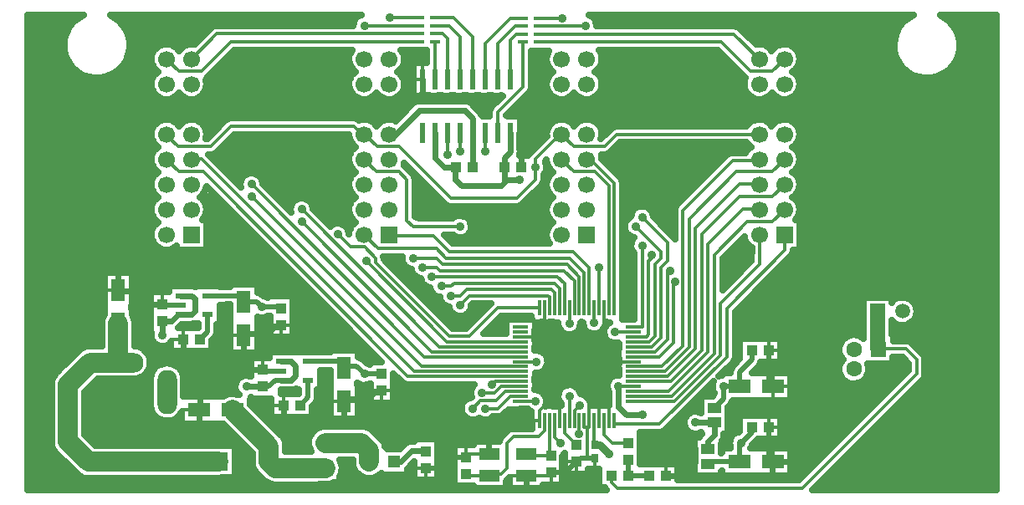
<source format=gtl>
G04 DipTrace 2.4.0.2*
%INMainBoard.GTL*%
%MOMM*%
%ADD14C,0.3*%
%ADD15C,0.5*%
%ADD16C,0.8*%
%ADD17C,1.5*%
%ADD19C,0.6*%
%ADD20C,2.0*%
%ADD22C,0.635*%
%ADD23C,0.33*%
%ADD24R,1.0X1.1*%
%ADD25R,1.1X1.0*%
%ADD26R,1.4X2.25*%
%ADD27R,0.7X0.9*%
%ADD29R,2.25X1.4*%
%ADD30C,1.27*%
%ADD31R,1.27X1.27*%
%ADD32R,1.7X1.7*%
%ADD33C,1.7*%
%ADD34O,5.0X2.0*%
%ADD35O,4.5X2.0*%
%ADD36O,2.0X4.5*%
%ADD37R,1.5X1.5*%
%ADD38C,1.5*%
%ADD39R,1.6X1.6*%
%ADD40C,1.6*%
%ADD41C,3.3*%
%ADD42R,1.35X1.0*%
%ADD43R,1.05X0.45*%
%ADD45R,1.1X0.6*%
%ADD46R,1.9X1.9*%
%ADD47C,1.9*%
%ADD49R,0.3X1.6*%
%ADD50R,1.6X0.3*%
%ADD51R,0.6X2.0*%
%ADD53R,2.0X1.2*%
%ADD54C,0.914*%
%FSLAX53Y53*%
G04*
G71*
G90*
G75*
G01*
%LNTop*%
%LPD*%
X58320Y19400D2*
D14*
Y17880D1*
X50870Y9950D2*
X52360D1*
X58320Y8000D2*
Y5615D1*
X58420Y5515D1*
X36830Y12700D2*
D15*
X35084D1*
X34290Y13494D1*
X33179D1*
X33020Y13335D1*
X29370Y13970D2*
X32385D1*
X33020Y13335D1*
X58420Y5515D2*
D16*
X58937D1*
X59849Y4604D1*
X62270Y16950D2*
D14*
X60447D1*
X62270Y11450D2*
X60801Y11460D1*
X50870Y13950D2*
X52480D1*
X55820Y19400D2*
Y17830D1*
X19210Y20637D2*
D15*
X22225D1*
X22860Y20003D1*
X26670Y19367D2*
Y19526D1*
X24662D1*
X24186Y20003D1*
X22860D1*
X49848Y37145D2*
D19*
Y35243D1*
X49212Y34607D1*
Y33655D1*
X42228Y37145D2*
Y34607D1*
X43180Y33655D1*
X44338D1*
X60801Y11460D2*
Y9366D1*
X61595Y8572D1*
X63183D1*
X68580Y7779D2*
X70492D1*
Y7780D1*
X69850Y5080D2*
Y5874D1*
X70485Y6509D1*
Y7772D1*
X49212Y33655D2*
Y32385D1*
X50800D1*
X49530D1*
X48895Y31750D1*
X44926D1*
X44291Y32385D1*
Y33608D1*
X44338Y33655D1*
X26670Y12070D2*
D15*
X26040D1*
X25400Y11430D1*
X24765D1*
X31115Y5715D2*
D20*
X34766D1*
X35560Y4921D1*
Y3810D1*
X16510Y18738D2*
D19*
X16198D1*
X15557Y18098D1*
X14605D1*
X16510Y20637D2*
X17621D1*
X17939Y20320D1*
Y19050D1*
X17621Y18732D1*
X16515D1*
X16510Y18738D1*
X26670Y13970D2*
X27623D1*
X28099Y13494D1*
Y12541D1*
X27623Y12065D1*
X26675D1*
X26670Y12070D1*
X24765Y11430D2*
X23137D1*
X14605Y18098D2*
Y16661D1*
X51450Y2400D2*
D14*
X53650D1*
X53950Y2700D1*
X47750Y4600D2*
X45650D1*
X45350Y4300D1*
X26670Y13020D2*
D15*
X24875D1*
X24765Y13130D1*
X16510Y19688D2*
X14715D1*
X14605Y19797D1*
X26670Y17668D2*
X26240D1*
X25400Y16828D1*
X23085D1*
X22860Y16602D1*
X36830Y11000D2*
X36400D1*
X35560Y10160D1*
X33245D1*
X33020Y9935D1*
X41275Y3175D2*
X42704D1*
X43815Y4286D1*
X45336D1*
X45350Y4300D1*
X75995Y7302D2*
Y4240D1*
X76425Y3810D1*
X75995Y15081D2*
Y11860D1*
X76425Y11430D1*
X58420Y4215D2*
X57626D1*
X56920D1*
X56515Y3810D1*
X55404Y2699D1*
X53951D1*
X53950Y2700D1*
X40958Y42545D2*
D19*
Y41276D1*
X39053Y39370D1*
X37710D1*
X37570Y39510D1*
X76425Y11430D2*
D14*
Y9115D1*
X76041Y8731D1*
Y7348D1*
X75995Y7302D1*
X50870Y16450D2*
X53320D1*
Y19400D1*
X59320D2*
Y16530D1*
X56991Y16450D1*
X53320D1*
X62270Y13950D2*
X59820D1*
X58820D1*
X58407D1*
X57820D1*
X56991D1*
Y16530D1*
X59820Y8000D2*
Y13335D1*
Y13950D1*
X58820Y8000D2*
Y13950D1*
X57820Y8000D2*
Y11430D1*
Y13950D1*
X57320Y8000D2*
Y7302D1*
X57626D1*
X57785D1*
Y7965D1*
X57820Y8000D1*
X54820D2*
Y9684D1*
Y12383D1*
Y13069D1*
X55721Y13970D1*
X56951D1*
X56991Y13950D1*
X52820Y8000D2*
Y9005D1*
X53499Y9684D1*
X54820D1*
X57626Y7302D2*
Y4215D1*
X53340Y12383D2*
X54820D1*
X56991Y11430D2*
X57820D1*
X58261Y14287D2*
Y14096D1*
X58407Y13950D1*
X76425Y11430D2*
X78895D1*
X79835Y10490D1*
X22860Y3810D2*
D19*
Y4445D1*
X20479Y6826D1*
X18349D1*
X14446D1*
X13335Y7938D1*
X10258D1*
X10190Y7870D1*
X18349Y9049D2*
Y6826D1*
X24765Y13130D2*
X22860D1*
X19004D1*
X18628Y12754D1*
X18415Y12541D1*
Y9115D1*
X18349Y9049D1*
X22860Y16602D2*
Y13130D1*
X16715Y16193D2*
Y14668D1*
X18628Y12754D1*
X14605Y19797D2*
X13381D1*
X12886Y20292D1*
X12065Y21114D1*
X10226D1*
X10160Y21180D1*
X12886Y20292D2*
Y16006D1*
X14225Y14668D1*
X16715D1*
X26875Y9525D2*
Y8050D1*
X27146Y7779D1*
X33020D1*
X45879D1*
X47625Y6033D1*
Y4725D1*
X47750Y4600D1*
X33020Y9935D2*
Y7779D1*
X10160Y21180D2*
Y37465D1*
X12205Y39510D1*
X15030D1*
X65564Y2381D2*
X76359D1*
Y3744D1*
X76425Y3810D1*
X80010D1*
Y10315D1*
X79835Y10490D1*
X51450Y2400D2*
Y953D1*
X43021D1*
Y3359D1*
D15*
X43815Y4286D1*
X79835Y10490D2*
D19*
Y21574D1*
X83185Y24924D1*
Y38100D1*
X81597Y39688D1*
X77748D1*
X77570Y39510D1*
X50913Y33655D2*
Y34879D1*
X52229Y36195D1*
Y38418D1*
X53340Y39529D1*
X55011D1*
X55030Y39510D1*
X43021Y953D2*
X23177D1*
X22860Y1270D1*
Y3810D1*
X56320Y8000D2*
D14*
Y9012D1*
X56833Y9525D1*
X55820Y8000D2*
Y10477D1*
X55320Y8000D2*
Y6705D1*
X56515Y5510D1*
X61754Y2381D2*
D15*
Y4015D1*
Y2381D2*
X63864D1*
X86995Y19050D2*
D17*
Y15310D1*
X87105Y15200D1*
X60054Y2381D2*
D14*
Y1700D1*
X60643Y1111D1*
X79375D1*
X90964Y12700D1*
Y14129D1*
X89853Y15240D1*
X87145D1*
X87105Y15200D1*
X59820Y19400D2*
Y31779D1*
X58420Y33179D1*
X56281D1*
X55030Y34430D1*
X59320Y8000D2*
Y6561D1*
X60166Y5715D1*
X61754D1*
X47750Y2400D2*
X45550D1*
X45350Y2600D1*
X53320Y8000D2*
Y6965D1*
X52705Y6350D1*
X50165D1*
X49530Y5715D1*
Y3175D1*
X48895Y2540D1*
X47890D1*
X47750Y2400D1*
X10160Y17780D2*
D20*
Y13900D1*
X10190Y13870D1*
X7361D1*
X5080Y11589D1*
Y5874D1*
X7144Y3810D1*
X20320D1*
X53950Y4400D2*
D14*
X51650D1*
X51450Y4600D1*
X53820Y8000D2*
Y4530D1*
X53950Y4400D1*
X31115Y3175D2*
D20*
X26035D1*
X25400Y3810D1*
X21749Y9049D2*
X25400Y5398D1*
Y3810D1*
X38100D2*
D19*
X38735D1*
X39846Y4921D1*
X41229D1*
X41275Y4875D1*
X74295Y7302D2*
D15*
Y6826D1*
X73184Y5715D1*
X73025Y5556D1*
Y3810D1*
X70080D1*
X69850Y3580D1*
X54320Y8000D2*
D14*
Y6323D1*
X54928Y5715D1*
X74295Y15081D2*
D15*
Y14129D1*
X73025Y12859D1*
Y11430D1*
X71429D1*
Y10217D1*
X70492Y9280D1*
X56820Y8000D2*
D14*
Y6667D1*
X51117Y48736D2*
X49847D1*
X47308Y46197D1*
Y42545D1*
X51117Y47936D2*
X50317D1*
X48578Y46197D1*
Y42545D1*
X51117Y47136D2*
X50470D1*
X49848Y46514D1*
Y42545D1*
X51117Y46336D2*
Y41751D1*
X48578Y39212D1*
Y37145D1*
X42227Y48755D2*
X44114D1*
X46038Y46831D1*
Y42545D1*
X42227Y47955D2*
X43644D1*
X44768Y46831D1*
Y42545D1*
X42227Y47155D2*
X43015D1*
X43498Y46672D1*
Y42545D1*
X42227Y46355D2*
Y42545D1*
X42228D1*
X40627Y46355D2*
X21590D1*
X18574Y43339D1*
X16281D1*
X15030Y44590D1*
X40627Y47155D2*
X20135D1*
X17570Y44590D1*
X40627Y47955D2*
X35084D1*
X40627Y48755D2*
X37624D1*
X52717Y48736D2*
X55086D1*
X52717Y47936D2*
X57468D1*
X52717Y47136D2*
X72484D1*
X75030Y44590D1*
X52717Y46336D2*
X71139D1*
X74136Y43339D1*
X76319D1*
X77570Y44590D1*
X46038Y37145D2*
D19*
Y33655D1*
X37570Y36970D2*
X38240D1*
X40640Y39370D1*
X45244D1*
X46038Y38576D1*
Y37145D1*
X50870Y11950D2*
D14*
X48304D1*
X47942Y11589D1*
X50870Y10450D2*
X49820D1*
X48578Y9208D1*
X47308D1*
X44768Y35242D2*
Y37145D1*
X50870Y10950D2*
X49368D1*
X48419Y10001D1*
X46831D1*
X46037Y9208D1*
X43498Y34925D2*
Y37145D1*
X50870Y11450D2*
X48915D1*
X48260Y10795D1*
X46990D1*
X47308Y35242D2*
Y37145D1*
X60320Y8000D2*
Y7620D1*
X64935D1*
X71755Y14440D1*
Y19367D1*
X77629Y25241D1*
Y26751D1*
X77570Y26810D1*
X62270Y9950D2*
X66465D1*
X71120Y14605D1*
Y19844D1*
X75089Y23812D1*
Y26751D1*
X75030Y26810D1*
X62270Y10450D2*
X66171D1*
X70485Y14764D1*
Y24765D1*
X73819Y28099D1*
X76319D1*
X77570Y29350D1*
X62270Y10950D2*
X65877D1*
X69850Y14922D1*
Y25876D1*
X73343Y29369D1*
X75011D1*
X75030Y29350D1*
X62270Y11950D2*
X66084D1*
X69215Y15081D1*
Y26829D1*
X73025Y30639D1*
X76319D1*
X77570Y31890D1*
X62270Y12450D2*
X65790D1*
X68580Y15240D1*
Y27464D1*
X73025Y31909D1*
X75011D1*
X75030Y31890D1*
X62270Y12950D2*
X65496D1*
X67945Y15399D1*
Y28416D1*
X72707Y33179D1*
X76319D1*
X77570Y34430D1*
X62270Y13450D2*
X65203D1*
X67310Y15557D1*
Y29210D1*
X72390Y34290D1*
X74890D1*
X75030Y34430D1*
X62270Y14450D2*
X64933D1*
X66358Y15875D1*
Y21907D1*
X66516Y22066D1*
X62270Y14950D2*
X64480D1*
X65722Y16192D1*
Y22860D1*
X66040Y23177D1*
X62270Y15450D2*
X64186D1*
X65087Y16351D1*
Y23495D1*
X65722Y24130D1*
Y26035D1*
X63183Y28575D1*
X62270Y15950D2*
X63893D1*
X64453Y16510D1*
Y23812D1*
X65087Y24448D1*
Y25082D1*
X62547Y27623D1*
X62270Y16450D2*
X63599D1*
X63817Y16669D1*
Y24130D1*
X64135Y24448D1*
Y24765D1*
X62270Y17450D2*
X63183D1*
Y25718D1*
X60320Y19400D2*
Y32072D1*
X57962Y34430D1*
X57570D1*
X19210Y18738D2*
D15*
Y16988D1*
X18415Y16193D1*
X57820Y19400D2*
D14*
Y23460D1*
X56197Y25082D1*
X43656D1*
X42069Y26670D1*
X37710D1*
X37570Y26810D1*
X57320Y19400D2*
Y23008D1*
X55880Y24448D1*
X43339D1*
X42386Y25400D1*
X36440D1*
X35030Y26810D1*
X56820Y19400D2*
Y22555D1*
X55562Y23812D1*
X43021D1*
X42386Y24448D1*
X40005D1*
X56320Y19400D2*
Y22103D1*
X55245Y23177D1*
X42704D1*
X42386Y23495D1*
X40958D1*
X55320Y19400D2*
Y21832D1*
X54610Y22543D1*
X41910D1*
X54820Y19400D2*
Y21380D1*
X54292Y21907D1*
X44133D1*
X43815Y21590D1*
X42863D1*
X54320Y19400D2*
Y20927D1*
X53975Y21273D1*
X45403D1*
X44768Y20637D1*
X43815D1*
X53820Y19400D2*
Y20475D1*
X53657Y20637D1*
X45720D1*
X44768Y19685D1*
Y27623D2*
X40005D1*
X39370Y28258D1*
Y32385D1*
X38576Y33179D1*
X36281D1*
X35030Y34430D1*
X52820Y19400D2*
X48610D1*
X45720Y16510D1*
X43656D1*
X36195Y23971D1*
Y24447D1*
X35084Y25559D1*
X33655D1*
X32385Y26829D1*
X50870Y15950D2*
X43422D1*
X35242Y24130D1*
X50870Y15450D2*
X42653D1*
X28734Y29369D1*
X50870Y14950D2*
X41883D1*
X28734Y28099D1*
X50870Y14450D2*
X41113D1*
X23654Y31909D1*
X50870Y13450D2*
X40843D1*
X23654Y30639D1*
X50870Y12950D2*
X40072D1*
X18574Y34449D1*
X17589D1*
X17570Y34430D1*
X50870Y12450D2*
X39461D1*
X18732Y33179D1*
X16281D1*
X15030Y34430D1*
X75030Y36970D2*
X60624D1*
X59373Y35719D1*
X56281D1*
X55030Y36970D1*
X15030D2*
Y36881D1*
X16192Y35719D1*
X19526D1*
X21590Y37782D1*
X33972D1*
X34907Y36847D1*
X35030Y36970D1*
X35102D1*
X36354Y35719D1*
X38576D1*
X43815Y30480D1*
X50482D1*
X52387Y32385D1*
Y33655D1*
Y34449D1*
X54928Y36989D1*
X55011D1*
X55030Y36970D1*
X58820Y19400D2*
Y23495D1*
X29370Y12070D2*
D15*
Y10320D1*
X28575Y9525D1*
D54*
X58320Y17880D3*
X52360Y9950D3*
X59849Y4604D3*
X35084Y12700D3*
X60447Y16950D3*
X60801Y11460D3*
X52480Y13950D3*
X55820Y17830D3*
X60801Y11460D3*
X60447Y16950D3*
X24662Y19526D3*
X63183Y8572D3*
X68580Y7779D3*
X50800Y32385D3*
X23137Y11430D3*
X14605Y16661D3*
X53340Y12383D3*
X56991Y11430D3*
X59820Y13335D3*
X58261Y14287D3*
X56833Y9525D3*
X55820Y10477D3*
X54928Y5715D3*
X73184D3*
X56820Y6667D3*
X71429Y11430D3*
X35084Y47955D3*
X37624Y48755D3*
X55086Y48736D3*
X57468Y47936D3*
X47942Y11589D3*
X47308Y9208D3*
X44768Y35242D3*
X46037Y9208D3*
X43498Y34925D3*
X46990Y10795D3*
X47308Y35242D3*
X66516Y22066D3*
X66040Y23177D3*
X63183Y28575D3*
X62547Y27623D3*
X64135Y24765D3*
X63183Y25718D3*
X40005Y24448D3*
X40958Y23495D3*
X41910Y22543D3*
X42863Y21590D3*
X43815Y20637D3*
X44768Y19685D3*
Y27623D3*
X32385Y26829D3*
X35242Y24130D3*
X28734Y29369D3*
Y28099D3*
X23654Y31909D3*
Y30639D3*
X58820Y23495D3*
X52387Y33655D3*
X38100Y24130D3*
X40005Y21907D3*
X41910Y20003D3*
X44133Y18098D3*
X45403Y29210D3*
X52387D3*
Y26670D3*
X66358Y33655D3*
Y30162D3*
X72390Y24130D3*
X61913Y21590D3*
X31433Y30480D3*
Y33020D3*
X26988D3*
X22543Y36195D3*
X26988D3*
X31433D3*
X1041Y48391D2*
D22*
X5632D1*
X10373D2*
X33979D1*
X58563D2*
X89630D1*
X94371D2*
X98957D1*
X1041Y47759D2*
X5116D1*
X10879D2*
X19513D1*
X73089D2*
X89124D1*
X94877D2*
X98957D1*
X1041Y47128D2*
X4808D1*
X11186D2*
X18878D1*
X73724D2*
X88817D1*
X95185D2*
X98957D1*
X1041Y46496D2*
X4650D1*
X11345D2*
X18252D1*
X74349D2*
X88658D1*
X95343D2*
X98957D1*
X1041Y45864D2*
X4620D1*
X11385D2*
X14135D1*
X15929D2*
X16675D1*
X75926D2*
X76672D1*
X78466D2*
X88618D1*
X95383D2*
X98957D1*
X1041Y45233D2*
X4709D1*
X11295D2*
X13589D1*
X21693D2*
X33582D1*
X39017D2*
X41341D1*
X52005D2*
X53584D1*
X59010D2*
X71017D1*
X79012D2*
X88708D1*
X95294D2*
X98957D1*
X1041Y44601D2*
X4927D1*
X11077D2*
X13440D1*
X21058D2*
X33443D1*
X39156D2*
X41341D1*
X52005D2*
X53445D1*
X59158D2*
X71652D1*
X79161D2*
X88926D1*
X95076D2*
X98957D1*
X1041Y43969D2*
X5314D1*
X10690D2*
X13579D1*
X20433D2*
X33572D1*
X39027D2*
X39922D1*
X52005D2*
X53574D1*
X59019D2*
X72277D1*
X79022D2*
X89313D1*
X94689D2*
X98957D1*
X1041Y43338D2*
X5949D1*
X10045D2*
X14105D1*
X19798D2*
X34098D1*
X38501D2*
X39922D1*
X52005D2*
X54100D1*
X58504D2*
X72912D1*
X78496D2*
X89948D1*
X94044D2*
X98957D1*
X1041Y42706D2*
X7517D1*
X8477D2*
X13589D1*
X19163D2*
X33592D1*
X39007D2*
X39922D1*
X52005D2*
X53594D1*
X59010D2*
X73547D1*
X79012D2*
X91516D1*
X92476D2*
X98957D1*
X1041Y42074D2*
X13440D1*
X19153D2*
X33443D1*
X39156D2*
X39922D1*
X52005D2*
X53445D1*
X59158D2*
X73448D1*
X79151D2*
X98957D1*
X1041Y41443D2*
X13569D1*
X19034D2*
X33572D1*
X39027D2*
X39922D1*
X51945D2*
X53574D1*
X59029D2*
X73567D1*
X79032D2*
X98957D1*
X1041Y40811D2*
X14085D1*
X15978D2*
X16625D1*
X18518D2*
X34078D1*
X35981D2*
X36618D1*
X38521D2*
X48951D1*
X51399D2*
X54080D1*
X55973D2*
X56620D1*
X58513D2*
X74083D1*
X75976D2*
X76623D1*
X78516D2*
X98957D1*
X1041Y40179D2*
X40041D1*
X45843D2*
X48316D1*
X50774D2*
X98957D1*
X1041Y39548D2*
X39376D1*
X46508D2*
X47760D1*
X50139D2*
X98957D1*
X1041Y38916D2*
X38751D1*
X47014D2*
X47691D1*
X49504D2*
X98957D1*
X1041Y38284D2*
X14194D1*
X15859D2*
X16734D1*
X18399D2*
X20862D1*
X35862D2*
X36737D1*
X50884D2*
X54199D1*
X55864D2*
X56739D1*
X58404D2*
X74202D1*
X75867D2*
X76742D1*
X78407D2*
X98957D1*
X1041Y37653D2*
X13609D1*
X18995D2*
X20237D1*
X50884D2*
X53604D1*
X58990D2*
X60103D1*
X78992D2*
X98957D1*
X1041Y37021D2*
X13440D1*
X19153D2*
X19598D1*
X50884D2*
X53445D1*
X79151D2*
X98957D1*
X1041Y36389D2*
X13559D1*
X21425D2*
X33562D1*
X50884D2*
X53098D1*
X79042D2*
X98957D1*
X1041Y35758D2*
X14046D1*
X20790D2*
X34048D1*
X50884D2*
X52473D1*
X60637D2*
X74043D1*
X78556D2*
X98957D1*
X1041Y35126D2*
X13609D1*
X20155D2*
X33612D1*
X50874D2*
X51838D1*
X60002D2*
X73617D1*
X78992D2*
X98957D1*
X1041Y34494D2*
X13440D1*
X19759D2*
X33443D1*
X59158D2*
X71364D1*
X79151D2*
X98957D1*
X1041Y33863D2*
X13550D1*
X20384D2*
X33552D1*
X59754D2*
X70739D1*
X79042D2*
X98957D1*
X1041Y33231D2*
X14026D1*
X21019D2*
X34028D1*
X53493D2*
X54031D1*
X60389D2*
X70104D1*
X78575D2*
X98957D1*
X1041Y32599D2*
X13619D1*
X21654D2*
X22697D1*
X24610D2*
X33621D1*
X53275D2*
X53624D1*
X61014D2*
X69469D1*
X78982D2*
X98957D1*
X1041Y31968D2*
X13450D1*
X24849D2*
X33443D1*
X40257D2*
X41103D1*
X61202D2*
X68844D1*
X79151D2*
X98957D1*
X1041Y31336D2*
X13550D1*
X25454D2*
X33552D1*
X40257D2*
X41728D1*
X52560D2*
X53545D1*
X61202D2*
X68209D1*
X79052D2*
X98957D1*
X1041Y30704D2*
X14016D1*
X18588D2*
X19979D1*
X26089D2*
X34008D1*
X40257D2*
X42363D1*
X51935D2*
X54011D1*
X61202D2*
X67574D1*
X78585D2*
X98957D1*
X1041Y30073D2*
X13629D1*
X18975D2*
X20614D1*
X26714D2*
X27787D1*
X29680D2*
X33621D1*
X40257D2*
X42998D1*
X51300D2*
X53624D1*
X61202D2*
X66949D1*
X78972D2*
X98957D1*
X1041Y29441D2*
X13450D1*
X19153D2*
X21239D1*
X29929D2*
X33443D1*
X40257D2*
X53445D1*
X61202D2*
X62395D1*
X63970D2*
X66453D1*
X79151D2*
X98957D1*
X1041Y28809D2*
X13540D1*
X19054D2*
X21874D1*
X30524D2*
X33542D1*
X40257D2*
X53545D1*
X61202D2*
X62018D1*
X64348D2*
X66423D1*
X79062D2*
X98957D1*
X1041Y28178D2*
X13996D1*
X19153D2*
X22509D1*
X31149D2*
X33998D1*
X45813D2*
X53991D1*
X64804D2*
X66423D1*
X79161D2*
X98957D1*
X1041Y27546D2*
X13629D1*
X19153D2*
X23134D1*
X45962D2*
X53634D1*
X65439D2*
X66423D1*
X79161D2*
X98957D1*
X1041Y26914D2*
X13450D1*
X19153D2*
X23769D1*
X45714D2*
X53445D1*
X61202D2*
X61601D1*
X66074D2*
X66423D1*
X79161D2*
X98957D1*
X1041Y26283D2*
X13540D1*
X19153D2*
X24404D1*
X43680D2*
X53535D1*
X61202D2*
X62137D1*
X79161D2*
X98957D1*
X1041Y25651D2*
X13976D1*
X19153D2*
X25029D1*
X61202D2*
X61988D1*
X72603D2*
X73984D1*
X79161D2*
X98957D1*
X1041Y25019D2*
X25664D1*
X61202D2*
X62226D1*
X71968D2*
X74202D1*
X78486D2*
X98957D1*
X1041Y24388D2*
X26299D1*
X37082D2*
X38811D1*
X61202D2*
X62296D1*
X71372D2*
X74202D1*
X78000D2*
X98957D1*
X1041Y23756D2*
X26924D1*
X37638D2*
X39049D1*
X61202D2*
X62296D1*
X71372D2*
X73805D1*
X77375D2*
X98957D1*
X1041Y23124D2*
X27559D1*
X38273D2*
X39823D1*
X61202D2*
X62296D1*
X71372D2*
X73170D1*
X76740D2*
X98957D1*
X1041Y22493D2*
X8727D1*
X11593D2*
X28194D1*
X38898D2*
X40378D1*
X61202D2*
X62296D1*
X71372D2*
X72545D1*
X76105D2*
X98957D1*
X1041Y21861D2*
X8727D1*
X11593D2*
X28819D1*
X39533D2*
X40944D1*
X61202D2*
X62296D1*
X71372D2*
X71910D1*
X75480D2*
X98957D1*
X1041Y21229D2*
X8727D1*
X11593D2*
X15226D1*
X24293D2*
X29454D1*
X40168D2*
X41728D1*
X61202D2*
X62296D1*
X74845D2*
X98957D1*
X1041Y20598D2*
X8727D1*
X11593D2*
X13371D1*
X25087D2*
X30089D1*
X40793D2*
X42263D1*
X61202D2*
X62296D1*
X74210D2*
X98957D1*
X1041Y19966D2*
X8727D1*
X11593D2*
X13371D1*
X27904D2*
X30714D1*
X41428D2*
X42839D1*
X61202D2*
X62296D1*
X73585D2*
X85513D1*
X90690D2*
X98957D1*
X1041Y19334D2*
X8727D1*
X11593D2*
X13371D1*
X20493D2*
X21427D1*
X27904D2*
X31349D1*
X42063D2*
X43633D1*
X45903D2*
X47314D1*
X61202D2*
X62296D1*
X72950D2*
X85513D1*
X90988D2*
X98957D1*
X1041Y18703D2*
X8698D1*
X11623D2*
X13371D1*
X20493D2*
X21427D1*
X27904D2*
X31984D1*
X42688D2*
X44149D1*
X45387D2*
X46689D1*
X61202D2*
X62296D1*
X72642D2*
X85513D1*
X90978D2*
X98957D1*
X1041Y18071D2*
X8450D1*
X11871D2*
X13371D1*
X20493D2*
X21427D1*
X24293D2*
X25436D1*
X27904D2*
X32609D1*
X43323D2*
X46054D1*
X48512D2*
X49338D1*
X72642D2*
X85513D1*
X90631D2*
X98957D1*
X1041Y17439D2*
X8420D1*
X11900D2*
X13371D1*
X16336D2*
X18223D1*
X20195D2*
X21427D1*
X24293D2*
X25436D1*
X27904D2*
X33244D1*
X43958D2*
X45419D1*
X47877D2*
X49338D1*
X52402D2*
X54696D1*
X72642D2*
X85513D1*
X88478D2*
X98957D1*
X1041Y16808D2*
X8420D1*
X11900D2*
X13421D1*
X20175D2*
X21427D1*
X24293D2*
X25436D1*
X27904D2*
X33879D1*
X47242D2*
X49338D1*
X52402D2*
X55281D1*
X56360D2*
X57900D1*
X58742D2*
X59260D1*
X72642D2*
X85513D1*
X88478D2*
X98957D1*
X1041Y16176D2*
X8420D1*
X11900D2*
X13520D1*
X19769D2*
X21427D1*
X24293D2*
X34505D1*
X52402D2*
X59557D1*
X72642D2*
X73011D1*
X77286D2*
X83439D1*
X88636D2*
X98957D1*
X1041Y15544D2*
X8420D1*
X11900D2*
X14373D1*
X14843D2*
X15425D1*
X19699D2*
X21427D1*
X24293D2*
X35140D1*
X52402D2*
X60738D1*
X72642D2*
X73011D1*
X77286D2*
X83112D1*
X90779D2*
X98957D1*
X1041Y14913D2*
X5979D1*
X13061D2*
X21427D1*
X24293D2*
X25386D1*
X30653D2*
X31587D1*
X34453D2*
X35775D1*
X53136D2*
X60738D1*
X72642D2*
X73011D1*
X77286D2*
X83102D1*
X91404D2*
X98957D1*
X1041Y14281D2*
X5344D1*
X13379D2*
X23531D1*
X34830D2*
X36400D1*
X53622D2*
X60738D1*
X72622D2*
X73011D1*
X77286D2*
X83390D1*
X88636D2*
X89581D1*
X91831D2*
X98957D1*
X1041Y13649D2*
X4709D1*
X13409D2*
X14353D1*
X15830D2*
X23531D1*
X53632D2*
X60738D1*
X75143D2*
X83142D1*
X86067D2*
X90077D1*
X91851D2*
X98957D1*
X1041Y13018D2*
X4084D1*
X13190D2*
X13619D1*
X16564D2*
X23531D1*
X30653D2*
X31587D1*
X53185D2*
X60738D1*
X71561D2*
X72049D1*
X74547D2*
X83082D1*
X86126D2*
X90057D1*
X91851D2*
X98957D1*
X1041Y12386D2*
X3548D1*
X12526D2*
X13371D1*
X16802D2*
X22469D1*
X30653D2*
X31587D1*
X52402D2*
X60093D1*
X78288D2*
X83310D1*
X85898D2*
X89422D1*
X91791D2*
X98957D1*
X1041Y11754D2*
X3350D1*
X7674D2*
X13351D1*
X16822D2*
X21993D1*
X30653D2*
X31587D1*
X38064D2*
X38959D1*
X52402D2*
X59647D1*
X78288D2*
X84263D1*
X84945D2*
X88787D1*
X91246D2*
X98957D1*
X1041Y11123D2*
X3340D1*
X7039D2*
X13351D1*
X16822D2*
X21983D1*
X30653D2*
X31587D1*
X34453D2*
X35596D1*
X38064D2*
X45845D1*
X52402D2*
X54825D1*
X56807D2*
X59656D1*
X69666D2*
X70283D1*
X78288D2*
X88162D1*
X90611D2*
X98957D1*
X1041Y10491D2*
X3340D1*
X6820D2*
X13351D1*
X16822D2*
X20842D1*
X30355D2*
X31587D1*
X34453D2*
X35596D1*
X38064D2*
X45835D1*
X53414D2*
X54626D1*
X57482D2*
X59766D1*
X69031D2*
X70332D1*
X78288D2*
X87527D1*
X89986D2*
X98957D1*
X1041Y9859D2*
X3340D1*
X6820D2*
X13351D1*
X23608D2*
X25585D1*
X30236D2*
X31587D1*
X34453D2*
X35596D1*
X38064D2*
X45051D1*
X53553D2*
X54815D1*
X57978D2*
X59766D1*
X68406D2*
X69082D1*
X72345D2*
X86892D1*
X89351D2*
X98957D1*
X1041Y9228D2*
X3340D1*
X6820D2*
X13401D1*
X23995D2*
X25585D1*
X29859D2*
X31587D1*
X34453D2*
X44843D1*
X67771D2*
X69082D1*
X71908D2*
X86267D1*
X88716D2*
X98957D1*
X1041Y8596D2*
X3340D1*
X6820D2*
X13708D1*
X24630D2*
X25585D1*
X29859D2*
X31587D1*
X34453D2*
X45022D1*
X49187D2*
X51937D1*
X67136D2*
X67733D1*
X71908D2*
X85632D1*
X88091D2*
X98957D1*
X1041Y7964D2*
X3340D1*
X6820D2*
X14790D1*
X15393D2*
X16486D1*
X25265D2*
X51937D1*
X66510D2*
X67405D1*
X71908D2*
X73011D1*
X77286D2*
X84997D1*
X87456D2*
X98957D1*
X1041Y7333D2*
X3340D1*
X6820D2*
X21041D1*
X25890D2*
X30625D1*
X35257D2*
X51937D1*
X65875D2*
X67475D1*
X71908D2*
X73011D1*
X77286D2*
X84372D1*
X86821D2*
X98957D1*
X1041Y6701D2*
X3340D1*
X6820D2*
X21666D1*
X26525D2*
X29702D1*
X36209D2*
X49288D1*
X62988D2*
X68179D1*
X71908D2*
X72565D1*
X77286D2*
X83737D1*
X86195D2*
X98957D1*
X1041Y6069D2*
X3340D1*
X7317D2*
X22301D1*
X26992D2*
X29415D1*
X36844D2*
X40041D1*
X42509D2*
X48723D1*
X62988D2*
X68437D1*
X71412D2*
X72049D1*
X74904D2*
X83102D1*
X85560D2*
X98957D1*
X1041Y5438D2*
X3399D1*
X20771D2*
X22936D1*
X27140D2*
X29405D1*
X37211D2*
X38920D1*
X42509D2*
X44119D1*
X62988D2*
X68437D1*
X71263D2*
X72029D1*
X74339D2*
X82477D1*
X84925D2*
X98957D1*
X1041Y4806D2*
X3727D1*
X22011D2*
X23561D1*
X42509D2*
X44119D1*
X62988D2*
X68437D1*
X78288D2*
X81842D1*
X84300D2*
X98957D1*
X1041Y4174D2*
X4352D1*
X22021D2*
X23660D1*
X42509D2*
X44119D1*
X62988D2*
X68437D1*
X78288D2*
X81207D1*
X83665D2*
X98957D1*
X1041Y3543D2*
X4987D1*
X22031D2*
X23690D1*
X32806D2*
X33850D1*
X42509D2*
X44119D1*
X66848D2*
X68437D1*
X78288D2*
X80582D1*
X83030D2*
X98957D1*
X1041Y2911D2*
X5612D1*
X22011D2*
X23928D1*
X32826D2*
X34088D1*
X39473D2*
X40041D1*
X42509D2*
X44119D1*
X57749D2*
X58763D1*
X66848D2*
X68437D1*
X78288D2*
X79947D1*
X82405D2*
X98957D1*
X1041Y2279D2*
X6406D1*
X22011D2*
X24503D1*
X32598D2*
X34822D1*
X36298D2*
X40041D1*
X42509D2*
X44119D1*
X55190D2*
X58763D1*
X66848D2*
X79312D1*
X81770D2*
X98957D1*
X1041Y1648D2*
X25287D1*
X31863D2*
X44119D1*
X55190D2*
X58763D1*
X81135D2*
X98957D1*
X1041Y1016D2*
X59508D1*
X80510D2*
X98957D1*
X25650Y10207D2*
X23592D1*
Y10396D1*
X23547Y10104D1*
Y9618D1*
X26583Y6580D1*
X26785Y6336D1*
X26937Y6058D1*
X27034Y5756D1*
X27073Y5398D1*
Y4852D1*
X29676Y4848D1*
X29491Y5314D1*
X29444Y5627D1*
X29458Y5944D1*
X29531Y6253D1*
X29661Y6542D1*
X29843Y6801D1*
X30070Y7022D1*
X30336Y7195D1*
X30629Y7316D1*
X30940Y7379D1*
X32703Y7388D1*
X34766D1*
X35082Y7358D1*
X35386Y7269D1*
X35668Y7124D1*
X35949Y6898D1*
X36743Y6104D1*
X36945Y5860D1*
X37097Y5582D1*
X37195Y5270D1*
X37163Y5397D1*
X37427Y5118D1*
X38667D1*
X39158Y5609D1*
X39415Y5793D1*
X39727Y5885D1*
X40094Y5894D1*
X40102Y6098D1*
X42448D1*
X42438Y3652D1*
X42448Y3445D1*
Y1952D1*
X40102D1*
Y3804D1*
X39415Y3116D1*
X39408Y2502D1*
X36792D1*
Y2671D1*
X36535Y2450D1*
X36261Y2291D1*
X35961Y2186D1*
X35648Y2139D1*
X35331Y2153D1*
X35022Y2226D1*
X34733Y2356D1*
X34474Y2538D1*
X34253Y2765D1*
X34080Y3031D1*
X33959Y3324D1*
X33896Y3635D1*
X33887Y4038D1*
X32554Y4042D1*
X32739Y3576D1*
X32786Y3263D1*
X32772Y2946D1*
X32699Y2637D1*
X32541Y2308D1*
X32538Y1752D1*
X31992D1*
X31601Y1574D1*
X31290Y1511D1*
X29527Y1502D1*
X26035D1*
X25719Y1532D1*
X25415Y1621D1*
X25133Y1766D1*
X24852Y1992D1*
X24217Y2627D1*
X24015Y2871D1*
X23863Y3150D1*
X23766Y3451D1*
X23727Y3810D1*
Y4713D1*
X20758Y7673D1*
X19951Y7686D1*
X19829Y7676D1*
X16551D1*
Y8805D1*
X16304Y8469D1*
X16065Y8260D1*
X15791Y8101D1*
X15491Y7996D1*
X15178Y7949D1*
X14861Y7963D1*
X14552Y8036D1*
X14263Y8166D1*
X14004Y8348D1*
X13783Y8575D1*
X13610Y8841D1*
X13489Y9134D1*
X13426Y9445D1*
X13417Y9938D1*
X13423Y12262D1*
X13480Y12574D1*
X13594Y12869D1*
X13763Y13138D1*
X13978Y13370D1*
X14234Y13557D1*
X14521Y13693D1*
X14828Y13772D1*
X15144Y13792D1*
X15459Y13752D1*
X15760Y13653D1*
X16037Y13499D1*
X16280Y13296D1*
X16481Y13050D1*
X16631Y12771D1*
X16726Y12469D1*
X16763Y12120D1*
Y10423D1*
X20794Y10422D1*
X21009Y10549D1*
X21305Y10662D1*
X21617Y10716D1*
X21934Y10711D1*
X22245Y10646D1*
X22382Y10589D1*
X22212Y10780D1*
X22068Y11062D1*
X22008Y11373D1*
X22037Y11688D1*
X22151Y11983D1*
X22343Y12235D1*
X22598Y12423D1*
X22894Y12534D1*
X23210Y12558D1*
X23520Y12493D1*
X23598Y12452D1*
X23592Y13177D1*
Y14353D1*
X25447D1*
Y14943D1*
X27893D1*
Y14913D1*
X27943Y14887D1*
X28147Y14902D1*
Y14943D1*
X30593D1*
Y14893D1*
X31642D1*
X31647Y15133D1*
X34393D1*
Y14409D1*
X34601Y14363D1*
X34912Y14175D1*
X35272Y13817D1*
X35467Y13763D1*
X35650Y13666D1*
X35657Y13923D1*
X36818D1*
X27879Y22869D1*
X19074Y31674D1*
X18962Y31273D1*
X18805Y30998D1*
X18593Y30762D1*
X18410Y30627D1*
X18561Y30507D1*
X18779Y30277D1*
X18944Y30006D1*
X19050Y29708D1*
X19093Y29350D1*
X19060Y29035D1*
X18962Y28733D1*
X18805Y28458D1*
X18692Y28333D1*
X19093D1*
Y25287D1*
X16047D1*
Y25674D1*
X15798Y25495D1*
X15509Y25364D1*
X15199Y25297D1*
X14882Y25294D1*
X14572Y25358D1*
X14281Y25484D1*
X14023Y25668D1*
X13808Y25901D1*
X13647Y26173D1*
X13545Y26473D1*
X13507Y26788D1*
X13536Y27104D1*
X13629Y27407D1*
X13783Y27684D1*
X13991Y27923D1*
X14188Y28072D1*
X14023Y28208D1*
X13808Y28441D1*
X13647Y28713D1*
X13545Y29013D1*
X13507Y29328D1*
X13536Y29644D1*
X13629Y29947D1*
X13783Y30224D1*
X13991Y30463D1*
X14188Y30612D1*
X14023Y30748D1*
X13808Y30981D1*
X13647Y31253D1*
X13545Y31553D1*
X13507Y31868D1*
X13536Y32184D1*
X13629Y32487D1*
X13783Y32764D1*
X13991Y33003D1*
X14188Y33152D1*
X14023Y33288D1*
X13808Y33521D1*
X13647Y33793D1*
X13545Y34093D1*
X13507Y34408D1*
X13536Y34724D1*
X13629Y35027D1*
X13783Y35304D1*
X13991Y35543D1*
X14188Y35692D1*
X14023Y35828D1*
X13808Y36061D1*
X13647Y36333D1*
X13545Y36633D1*
X13507Y36948D1*
X13536Y37264D1*
X13629Y37567D1*
X13783Y37844D1*
X13991Y38083D1*
X14243Y38274D1*
X14530Y38409D1*
X14839Y38481D1*
X15156Y38488D1*
X15467Y38429D1*
X15760Y38307D1*
X16021Y38127D1*
X16239Y37897D1*
X16295Y37804D1*
X16531Y38083D1*
X16783Y38274D1*
X17070Y38409D1*
X17379Y38481D1*
X17696Y38488D1*
X18007Y38429D1*
X18300Y38307D1*
X18561Y38127D1*
X18779Y37897D1*
X18944Y37626D1*
X19050Y37328D1*
X19093Y36970D1*
X19060Y36655D1*
X19020Y36532D1*
X19179Y36542D1*
X21008Y38364D1*
X21270Y38541D1*
X21590Y38605D1*
X33972D1*
X34250Y38557D1*
X34530Y38409D1*
X34839Y38481D1*
X35156Y38488D1*
X35467Y38429D1*
X35760Y38307D1*
X36021Y38127D1*
X36239Y37897D1*
X36295Y37804D1*
X36531Y38083D1*
X36783Y38274D1*
X37070Y38409D1*
X37379Y38481D1*
X37696Y38488D1*
X38007Y38429D1*
X38236Y38333D1*
X39952Y40058D1*
X40209Y40242D1*
X40521Y40334D1*
X41275Y40343D1*
X45244D1*
X45556Y40292D1*
X45841Y40136D1*
X46381Y39609D1*
X46726Y39264D1*
X46913Y38997D1*
X47011Y38808D1*
X47754Y38818D1*
X47755Y39212D1*
X47816Y39521D1*
X47996Y39794D1*
X49070Y40867D1*
X48875Y40882D1*
X48598Y40872D1*
X47605Y40882D1*
X47328Y40872D1*
X46335Y40882D1*
X46058Y40872D1*
X45065Y40882D1*
X44788Y40872D1*
X43795Y40882D1*
X43518Y40872D1*
X42525Y40882D1*
X42248Y40872D1*
X41255Y40882D1*
X41042Y40872D1*
X39985D1*
Y44218D1*
X41404D1*
Y45452D1*
X41029Y45467D1*
X39602Y45457D1*
X39429D1*
Y45527D1*
X38772Y45532D1*
X38944Y45246D1*
X39050Y44948D1*
X39093Y44590D1*
X39060Y44275D1*
X38962Y43973D1*
X38805Y43698D1*
X38593Y43462D1*
X38410Y43327D1*
X38561Y43207D1*
X38779Y42977D1*
X38944Y42706D1*
X39050Y42408D1*
X39093Y42050D1*
X39060Y41735D1*
X38962Y41433D1*
X38805Y41158D1*
X38593Y40922D1*
X38338Y40735D1*
X38049Y40604D1*
X37739Y40537D1*
X37422Y40534D1*
X37112Y40598D1*
X36821Y40724D1*
X36563Y40908D1*
X36303Y41217D1*
X36053Y40922D1*
X35798Y40735D1*
X35509Y40604D1*
X35199Y40537D1*
X34882Y40534D1*
X34572Y40598D1*
X34281Y40724D1*
X34023Y40908D1*
X33808Y41141D1*
X33647Y41413D1*
X33545Y41713D1*
X33507Y42028D1*
X33536Y42344D1*
X33629Y42647D1*
X33783Y42924D1*
X33991Y43163D1*
X34188Y43312D1*
X34023Y43448D1*
X33808Y43681D1*
X33647Y43953D1*
X33545Y44253D1*
X33507Y44568D1*
X33536Y44884D1*
X33629Y45187D1*
X33841Y45531D1*
X21924Y45532D1*
X19147Y42751D1*
X19050Y42408D1*
X19093Y42050D1*
X19060Y41735D1*
X18962Y41433D1*
X18805Y41158D1*
X18593Y40922D1*
X18338Y40735D1*
X18049Y40604D1*
X17739Y40537D1*
X17422Y40534D1*
X17112Y40598D1*
X16821Y40724D1*
X16563Y40908D1*
X16303Y41217D1*
X16053Y40922D1*
X15798Y40735D1*
X15509Y40604D1*
X15199Y40537D1*
X14882Y40534D1*
X14572Y40598D1*
X14281Y40724D1*
X14023Y40908D1*
X13808Y41141D1*
X13647Y41413D1*
X13545Y41713D1*
X13507Y42028D1*
X13536Y42344D1*
X13629Y42647D1*
X13783Y42924D1*
X13991Y43163D1*
X14188Y43312D1*
X14023Y43448D1*
X13808Y43681D1*
X13647Y43953D1*
X13545Y44253D1*
X13507Y44568D1*
X13536Y44884D1*
X13629Y45187D1*
X13783Y45464D1*
X13991Y45703D1*
X14243Y45894D1*
X14530Y46029D1*
X14839Y46101D1*
X15156Y46108D1*
X15467Y46049D1*
X15760Y45927D1*
X16021Y45747D1*
X16239Y45517D1*
X16295Y45424D1*
X16531Y45703D1*
X16783Y45894D1*
X17070Y46029D1*
X17379Y46101D1*
X17696Y46108D1*
X17881Y46073D1*
X19553Y47737D1*
X19815Y47913D1*
X20135Y47978D1*
X33956D1*
X33984Y48213D1*
X34098Y48508D1*
X34290Y48760D1*
X34545Y48948D1*
X34739Y49021D1*
X9378Y49023D1*
X9725Y48838D1*
X10233Y48458D1*
X10659Y47989D1*
X10989Y47448D1*
X11209Y46853D1*
X11313Y46228D1*
X11306Y45683D1*
X11185Y45061D1*
X10949Y44472D1*
X10604Y43940D1*
X10165Y43482D1*
X9647Y43117D1*
X9069Y42856D1*
X8452Y42710D1*
X7819Y42684D1*
X7192Y42779D1*
X6595Y42991D1*
X6048Y43313D1*
X5573Y43733D1*
X5187Y44236D1*
X4903Y44802D1*
X4731Y45413D1*
X4679Y46045D1*
X4749Y46675D1*
X4936Y47281D1*
X5235Y47840D1*
X5635Y48332D1*
X6122Y48739D1*
X6632Y49024D1*
X977Y49023D1*
Y977D1*
X59612Y978D1*
X59372Y1208D1*
X58831D1*
Y3084D1*
X58490Y3092D1*
X57687D1*
X57688Y2587D1*
X55342D1*
Y4674D1*
X55123Y4353D1*
X55113Y3177D1*
X55123Y2970D1*
Y1477D1*
X53121D1*
X53123Y1127D1*
X49777D1*
Y2260D1*
X49469Y1953D1*
X49423Y1768D1*
Y1127D1*
X46077D1*
Y1375D1*
X44177Y1377D1*
X44187Y3823D1*
X44177Y4030D1*
Y5523D1*
X46076D1*
X46077Y5873D1*
X48722D1*
X48755Y5993D1*
X48948Y6297D1*
X49583Y6932D1*
X49845Y7108D1*
X50165Y7173D1*
X52001D1*
X51997Y8879D1*
X51652Y9069D1*
X51591Y9134D1*
X49654Y9127D1*
X49159Y8626D1*
X48898Y8449D1*
X48578Y8385D1*
X48071D1*
X47796Y8189D1*
X47494Y8093D1*
X47178Y8085D1*
X46871Y8165D1*
X46676Y8281D1*
X46526Y8189D1*
X46224Y8093D1*
X45908Y8085D1*
X45601Y8165D1*
X45329Y8327D1*
X45113Y8558D1*
X44969Y8840D1*
X44909Y9150D1*
X44937Y9466D1*
X45052Y9760D1*
X45244Y10012D1*
X45498Y10200D1*
X45795Y10311D1*
X45962Y10324D1*
X45862Y10738D1*
X45890Y11053D1*
X46005Y11348D1*
X46236Y11629D1*
X39461Y11627D1*
X39152Y11688D1*
X38879Y11868D1*
X38002Y12745D1*
X37993Y11477D1*
X38003Y11270D1*
Y9777D1*
X35657D1*
Y11728D1*
X35270Y11586D1*
X34954Y11578D1*
X34648Y11658D1*
X34384Y11814D1*
X34393Y11161D1*
Y8137D1*
X31647D1*
Y13055D1*
X30593Y13043D1*
Y11097D1*
X30285D1*
X30293Y10320D1*
X30239Y10009D1*
X30052Y9698D1*
X29798Y9428D1*
Y8352D1*
X27352Y8362D1*
X27145Y8352D1*
X25652D1*
Y10207D1*
X27670Y10698D2*
X28434D1*
X28447Y11104D1*
X28147Y11097D1*
Y11246D1*
X27893Y11097D1*
X26665Y11094D1*
X26668Y10698D1*
X28098Y10696D1*
X13498Y16875D2*
X13432D1*
X13442Y19320D1*
X13432Y19527D1*
Y21020D1*
X15287D1*
Y21610D1*
X17733Y21600D1*
X17942Y21554D1*
X17987Y21570D1*
Y21610D1*
X20433D1*
Y21561D1*
X21482Y21560D1*
X21487Y21800D1*
X24233D1*
X24234Y20924D1*
X24542Y20854D1*
X24860Y20634D1*
X24778Y20708D1*
X25316Y20446D1*
X25497Y20590D1*
X27843D1*
X27833Y18145D1*
X27843Y17938D1*
Y16445D1*
X25497D1*
Y18606D1*
X25311Y18603D1*
X25150Y18507D1*
X24849Y18412D1*
X24532Y18404D1*
X24236Y18481D1*
X24233Y14805D1*
X21487D1*
Y19723D1*
X20433Y19710D1*
Y17765D1*
X20125D1*
X20133Y16988D1*
X20079Y16677D1*
X19892Y16366D1*
X19638Y16096D1*
Y15020D1*
X17192Y15030D1*
X16985Y15020D1*
X15492D1*
Y15963D1*
X15357Y15818D1*
X15093Y15642D1*
X14791Y15547D1*
X14475Y15539D1*
X14169Y15619D1*
X13897Y15781D1*
X13681Y16012D1*
X13537Y16293D1*
X13477Y16604D1*
X13501Y16870D1*
X17510Y17366D2*
X18274D1*
X18287Y17772D1*
X17987Y17765D1*
Y17834D1*
X17819Y17780D1*
X17304Y17760D1*
X16597D1*
X16237Y17404D1*
X16254Y17366D1*
X17938Y17364D1*
X17777Y17773D1*
X17723Y17765D1*
X71227Y4729D2*
Y5183D1*
X72110D1*
X72102Y5415D1*
X72055Y5658D1*
X72084Y5973D1*
X72198Y6268D1*
X72390Y6520D1*
X72645Y6708D1*
X72990Y6822D1*
X73072Y6913D1*
Y8475D1*
X75518Y8465D1*
X75725Y8475D1*
X77218D1*
Y6129D1*
X74902D1*
X74295Y5521D1*
X74269Y5402D1*
X74174Y5183D1*
X74823Y5173D1*
X74945Y5183D1*
X78223D1*
Y2437D1*
X71227D1*
Y2884D1*
X71198Y2848D1*
Y2407D1*
X68502D1*
X68512Y4753D1*
X68502Y5812D1*
Y6253D1*
X68949D1*
X69162Y6562D1*
X69211Y6611D1*
X69145Y6607D1*
Y6795D1*
X68766Y6664D1*
X68450Y6656D1*
X68144Y6736D1*
X67872Y6898D1*
X67656Y7129D1*
X67512Y7411D1*
X67452Y7722D1*
X67480Y8037D1*
X67595Y8332D1*
X67787Y8583D1*
X68041Y8772D1*
X68337Y8882D1*
X68653Y8906D1*
X68963Y8842D1*
X69129Y8754D1*
X69145Y8952D1*
Y10452D1*
X70365D1*
X70505Y10780D1*
X70361Y11062D1*
X70301Y11373D1*
X70329Y11688D1*
X70433Y11955D1*
X65517Y7038D1*
X65255Y6862D1*
X64935Y6797D1*
X62921D1*
X62927Y4492D1*
Y3561D1*
X64546Y3554D1*
X65087Y3544D1*
X65294Y3554D1*
X66787D1*
Y1933D1*
X79028Y1934D1*
X89794Y12694D1*
X90138Y13038D1*
X90141Y13781D1*
X89505Y14424D1*
X88573Y14417D1*
X88578Y13727D1*
X85988D1*
X86077Y13247D1*
X86044Y12885D1*
X85943Y12584D1*
X85781Y12313D1*
X85563Y12082D1*
X85302Y11902D1*
X85008Y11783D1*
X84696Y11730D1*
X84380Y11744D1*
X84073Y11826D1*
X83792Y11972D1*
X83548Y12174D1*
X83353Y12424D1*
X83216Y12710D1*
X83143Y13018D1*
X83138Y13335D1*
X83201Y13646D1*
X83329Y13936D1*
X83523Y14198D1*
X83353Y14424D1*
X83216Y14710D1*
X83143Y15018D1*
X83138Y15335D1*
X83201Y15646D1*
X83329Y15936D1*
X83516Y16192D1*
X83753Y16402D1*
X84030Y16556D1*
X84333Y16648D1*
X84649Y16672D1*
X84963Y16629D1*
X85260Y16519D1*
X85576Y16299D1*
X85572Y20473D1*
X88418D1*
Y19927D1*
X88623Y20142D1*
X88887Y20317D1*
X89183Y20429D1*
X89497Y20472D1*
X89813Y20445D1*
X90115Y20349D1*
X90388Y20189D1*
X90619Y19972D1*
X90796Y19709D1*
X90911Y19414D1*
X90958Y19050D1*
X90923Y18735D1*
X90819Y18436D1*
X90651Y18167D1*
X90428Y17942D1*
X90160Y17772D1*
X89862Y17665D1*
X89548Y17627D1*
X89232Y17660D1*
X88932Y17761D1*
X88662Y17926D1*
X88419Y18172D1*
X88418Y16679D1*
X88578Y16673D1*
Y16068D1*
X89853Y16063D1*
X90162Y16002D1*
X90434Y15822D1*
X91546Y14711D1*
X91722Y14449D1*
X91787Y14129D1*
Y12700D1*
X91726Y12390D1*
X91546Y12118D1*
X80411Y984D1*
X85115Y977D1*
X99023D1*
Y49023D1*
X93377D1*
X93725Y48838D1*
X94233Y48458D1*
X94659Y47989D1*
X94989Y47448D1*
X95209Y46853D1*
X95313Y46228D1*
X95306Y45683D1*
X95185Y45061D1*
X94949Y44472D1*
X94604Y43940D1*
X94165Y43482D1*
X93647Y43117D1*
X93069Y42856D1*
X92452Y42710D1*
X91819Y42684D1*
X91192Y42779D1*
X90595Y42991D1*
X90048Y43313D1*
X89573Y43733D1*
X89187Y44236D1*
X88903Y44802D1*
X88731Y45413D1*
X88679Y46045D1*
X88749Y46675D1*
X88936Y47281D1*
X89235Y47840D1*
X89635Y48332D1*
X90122Y48739D1*
X90632Y49024D1*
X57777Y49023D1*
X58130Y48851D1*
X58358Y48632D1*
X58516Y48357D1*
X58596Y47961D1*
X72484Y47959D1*
X72794Y47898D1*
X73066Y47718D1*
X74701Y46083D1*
X75156Y46108D1*
X75467Y46049D1*
X75760Y45927D1*
X76021Y45747D1*
X76239Y45517D1*
X76295Y45424D1*
X76531Y45703D1*
X76783Y45894D1*
X77070Y46029D1*
X77379Y46101D1*
X77696Y46108D1*
X78007Y46049D1*
X78300Y45927D1*
X78561Y45747D1*
X78779Y45517D1*
X78944Y45246D1*
X79050Y44948D1*
X79093Y44590D1*
X79060Y44275D1*
X78962Y43973D1*
X78805Y43698D1*
X78593Y43462D1*
X78410Y43327D1*
X78561Y43207D1*
X78779Y42977D1*
X78944Y42706D1*
X79050Y42408D1*
X79093Y42050D1*
X79060Y41735D1*
X78962Y41433D1*
X78805Y41158D1*
X78593Y40922D1*
X78338Y40735D1*
X78049Y40604D1*
X77739Y40537D1*
X77422Y40534D1*
X77112Y40598D1*
X76821Y40724D1*
X76563Y40908D1*
X76303Y41217D1*
X76053Y40922D1*
X75798Y40735D1*
X75509Y40604D1*
X75199Y40537D1*
X74882Y40534D1*
X74572Y40598D1*
X74281Y40724D1*
X74023Y40908D1*
X73808Y41141D1*
X73647Y41413D1*
X73545Y41713D1*
X73507Y42028D1*
X73536Y42344D1*
X73643Y42673D1*
X70797Y45514D1*
X58786Y45513D1*
X58944Y45246D1*
X59050Y44948D1*
X59093Y44590D1*
X59060Y44275D1*
X58962Y43973D1*
X58805Y43698D1*
X58593Y43462D1*
X58410Y43327D1*
X58561Y43207D1*
X58779Y42977D1*
X58944Y42706D1*
X59050Y42408D1*
X59093Y42050D1*
X59060Y41735D1*
X58962Y41433D1*
X58805Y41158D1*
X58593Y40922D1*
X58338Y40735D1*
X58049Y40604D1*
X57739Y40537D1*
X57422Y40534D1*
X57112Y40598D1*
X56821Y40724D1*
X56563Y40908D1*
X56303Y41217D1*
X56053Y40922D1*
X55798Y40735D1*
X55509Y40604D1*
X55199Y40537D1*
X54882Y40534D1*
X54572Y40598D1*
X54281Y40724D1*
X54023Y40908D1*
X53808Y41141D1*
X53647Y41413D1*
X53545Y41713D1*
X53507Y42028D1*
X53536Y42344D1*
X53629Y42647D1*
X53783Y42924D1*
X53991Y43163D1*
X54188Y43312D1*
X54023Y43448D1*
X53808Y43681D1*
X53647Y43953D1*
X53545Y44253D1*
X53507Y44568D1*
X53536Y44884D1*
X53629Y45187D1*
X53768Y45438D1*
X51940D1*
Y41751D1*
X51879Y41441D1*
X51699Y41169D1*
X49405Y38875D1*
X49551Y38818D1*
X50821D1*
X50811Y35472D1*
X50821Y35243D1*
X50765Y34922D1*
X50786Y34989D1*
X50769Y34828D1*
X51656D1*
X51806Y35031D1*
X53524Y36750D1*
X53507Y36948D1*
X53536Y37264D1*
X53629Y37567D1*
X53783Y37844D1*
X53991Y38083D1*
X54243Y38274D1*
X54530Y38409D1*
X54839Y38481D1*
X55156Y38488D1*
X55467Y38429D1*
X55760Y38307D1*
X56021Y38127D1*
X56239Y37897D1*
X56295Y37804D1*
X56531Y38083D1*
X56783Y38274D1*
X57070Y38409D1*
X57379Y38481D1*
X57696Y38488D1*
X58007Y38429D1*
X58300Y38307D1*
X58561Y38127D1*
X58779Y37897D1*
X58944Y37626D1*
X59050Y37328D1*
X59093Y36970D1*
X59060Y36655D1*
X59020Y36532D1*
X60042Y37552D1*
X60304Y37728D1*
X60624Y37793D1*
X73750D1*
X73991Y38083D1*
X74243Y38274D1*
X74530Y38409D1*
X74839Y38481D1*
X75156Y38488D1*
X75467Y38429D1*
X75760Y38307D1*
X76021Y38127D1*
X76239Y37897D1*
X76295Y37804D1*
X76531Y38083D1*
X76783Y38274D1*
X77070Y38409D1*
X77379Y38481D1*
X77696Y38488D1*
X78007Y38429D1*
X78300Y38307D1*
X78561Y38127D1*
X78779Y37897D1*
X78944Y37626D1*
X79050Y37328D1*
X79093Y36970D1*
X79060Y36655D1*
X78962Y36353D1*
X78805Y36078D1*
X78593Y35842D1*
X78410Y35707D1*
X78561Y35587D1*
X78779Y35357D1*
X78944Y35086D1*
X79050Y34788D1*
X79093Y34430D1*
X79060Y34115D1*
X78962Y33813D1*
X78805Y33538D1*
X78593Y33302D1*
X78410Y33167D1*
X78561Y33047D1*
X78779Y32817D1*
X78944Y32546D1*
X79050Y32248D1*
X79093Y31890D1*
X79060Y31575D1*
X78962Y31273D1*
X78805Y30998D1*
X78593Y30762D1*
X78410Y30627D1*
X78561Y30507D1*
X78779Y30277D1*
X78944Y30006D1*
X79050Y29708D1*
X79093Y29350D1*
X79060Y29035D1*
X78962Y28733D1*
X78805Y28458D1*
X78692Y28333D1*
X79093D1*
Y25287D1*
X78448D1*
X78391Y24932D1*
X78211Y24659D1*
X72577Y19026D1*
X72578Y14440D1*
X72517Y14131D1*
X72337Y13858D1*
X70913Y12434D1*
X71236Y12537D1*
X71227Y12745D1*
X71277Y12803D1*
X72110D1*
X72156Y13170D1*
X72343Y13481D1*
X73072Y14226D1*
Y16254D1*
X75518Y16244D1*
X75725Y16254D1*
X77218D1*
Y13908D1*
X75190D1*
X75164Y13817D1*
X74977Y13506D1*
X74267Y12796D1*
X74823Y12803D1*
X78223D1*
Y10057D1*
X72333D1*
X72298Y9905D1*
X72111Y9594D1*
X71836Y9318D1*
X71830Y8107D1*
X71840Y7047D1*
Y6607D1*
X71453D1*
X71407Y6197D1*
X71251Y5911D1*
X71294Y5970D1*
X71198Y5618D1*
Y4723D1*
X11526Y19578D2*
X11533Y18735D1*
X11640Y18559D1*
X11761Y18266D1*
X11824Y17955D1*
X11833Y16192D1*
Y15528D1*
X12059Y15502D1*
X12360Y15403D1*
X12637Y15249D1*
X12880Y15046D1*
X13081Y14800D1*
X13231Y14521D1*
X13326Y14219D1*
X13363Y13870D1*
X13333Y13554D1*
X13244Y13250D1*
X13099Y12968D1*
X12904Y12719D1*
X12665Y12510D1*
X12391Y12351D1*
X12091Y12246D1*
X11689Y12203D1*
X9467Y12197D1*
X8690Y12207D1*
X8057Y12197D1*
X6755Y10898D1*
X6753Y6558D1*
X7841Y5478D1*
X18891Y5483D1*
X20320D1*
X20702Y5433D1*
X21943D1*
X21944Y4211D1*
X21991Y3898D1*
X21977Y3581D1*
X21943Y3436D1*
Y2187D1*
X20723D1*
X20320Y2137D1*
X7144D1*
X6828Y2167D1*
X6524Y2256D1*
X6242Y2401D1*
X5961Y2627D1*
X3897Y4691D1*
X3695Y4935D1*
X3543Y5213D1*
X3446Y5515D1*
X3407Y5874D1*
Y11589D1*
X3437Y11904D1*
X3526Y12209D1*
X3671Y12491D1*
X3897Y12772D1*
X6178Y15053D1*
X6423Y15255D1*
X6701Y15407D1*
X7003Y15504D1*
X7361Y15543D1*
X8482D1*
X8487Y17780D1*
X8517Y18096D1*
X8606Y18400D1*
X8782Y18721D1*
X8787Y19578D1*
Y22978D1*
X11533D1*
X11531Y19382D1*
X74273Y25490D2*
X74023Y25668D1*
X73808Y25901D1*
X73647Y26173D1*
X73545Y26473D1*
X73525Y26641D1*
X71307Y24423D1*
X71308Y21203D1*
X74264Y24151D1*
X74266Y25489D1*
X73672Y35105D2*
X73783Y35304D1*
X73991Y35543D1*
X74188Y35692D1*
X74023Y35828D1*
X73808Y36061D1*
X73753Y36154D1*
X69950Y36147D1*
X60971D1*
X59954Y35137D1*
X59693Y34961D1*
X59373Y34896D1*
X59025D1*
X59092Y34464D1*
X60902Y32654D1*
X61078Y32393D1*
X61143Y32072D1*
Y18263D1*
X62359Y18273D1*
X62360Y24941D1*
X62258Y25068D1*
X62114Y25350D1*
X62054Y25660D1*
X62082Y25976D1*
X62197Y26270D1*
X62371Y26498D1*
X62111Y26580D1*
X61839Y26742D1*
X61623Y26973D1*
X61479Y27255D1*
X61419Y27565D1*
X61447Y27881D1*
X61562Y28175D1*
X61754Y28427D1*
X62055Y28633D1*
X62082Y28833D1*
X62197Y29128D1*
X62389Y29380D1*
X62643Y29568D1*
X62940Y29679D1*
X63255Y29703D1*
X63565Y29638D1*
X63845Y29490D1*
X64073Y29271D1*
X64231Y28996D1*
X64311Y28607D1*
X66304Y26617D1*
X66487Y26353D1*
Y29210D1*
X66548Y29520D1*
X66728Y29792D1*
X71808Y34872D1*
X72070Y35048D1*
X72390Y35113D1*
X73670D1*
X53803Y25909D2*
X53647Y26173D1*
X53545Y26473D1*
X53507Y26788D1*
X53536Y27104D1*
X53629Y27407D1*
X53783Y27684D1*
X53991Y27923D1*
X54188Y28072D1*
X54023Y28208D1*
X53808Y28441D1*
X53647Y28713D1*
X53545Y29013D1*
X53507Y29328D1*
X53536Y29644D1*
X53629Y29947D1*
X53783Y30224D1*
X53991Y30463D1*
X54188Y30612D1*
X54023Y30748D1*
X53808Y30981D1*
X53647Y31253D1*
X53545Y31553D1*
X53507Y31868D1*
X53536Y32184D1*
X53629Y32487D1*
X53783Y32764D1*
X53991Y33003D1*
X54188Y33152D1*
X54023Y33288D1*
X53808Y33521D1*
X53647Y33793D1*
X53545Y34093D1*
X53508Y34398D1*
X53356Y34253D1*
X53436Y34076D1*
X53512Y33769D1*
X53517Y33655D1*
X53473Y33342D1*
X53344Y33053D1*
X53209Y32894D1*
X53210Y32385D1*
X53150Y32075D1*
X52969Y31803D1*
X51064Y29898D1*
X50803Y29722D1*
X50482Y29657D1*
X43815D1*
X43505Y29718D1*
X43233Y29898D1*
X39045Y34087D1*
X39125Y33792D1*
X39952Y32967D1*
X40128Y32705D1*
X40193Y32385D1*
Y28605D1*
X40640Y28445D1*
X44004D1*
X44228Y28615D1*
X44525Y28726D1*
X44840Y28750D1*
X45150Y28686D1*
X45430Y28538D1*
X45658Y28318D1*
X45816Y28044D1*
X45892Y27737D1*
X45897Y27623D1*
X45853Y27309D1*
X45724Y27020D1*
X45519Y26779D1*
X45256Y26604D1*
X44954Y26508D1*
X44638Y26500D1*
X44331Y26580D1*
X44059Y26742D1*
X43999Y26807D1*
X43111Y26800D1*
X43991Y25912D1*
X49054Y25905D1*
X53806D1*
X33513Y26857D2*
X33536Y27104D1*
X33629Y27407D1*
X33783Y27684D1*
X33991Y27923D1*
X34188Y28072D1*
X34023Y28208D1*
X33808Y28441D1*
X33647Y28713D1*
X33545Y29013D1*
X33507Y29328D1*
X33536Y29644D1*
X33629Y29947D1*
X33783Y30224D1*
X33991Y30463D1*
X34188Y30612D1*
X34023Y30748D1*
X33808Y30981D1*
X33647Y31253D1*
X33545Y31553D1*
X33507Y31868D1*
X33536Y32184D1*
X33629Y32487D1*
X33783Y32764D1*
X33991Y33003D1*
X34188Y33152D1*
X34023Y33288D1*
X33808Y33521D1*
X33647Y33793D1*
X33545Y34093D1*
X33507Y34408D1*
X33536Y34724D1*
X33629Y35027D1*
X33783Y35304D1*
X33991Y35543D1*
X34188Y35692D1*
X34023Y35828D1*
X33808Y36061D1*
X33647Y36333D1*
X33545Y36633D1*
X33508Y36958D1*
X21937Y36960D1*
X20108Y35137D1*
X19846Y34961D1*
X19526Y34896D1*
X19298D1*
X22558Y31628D1*
X22525Y31852D1*
X22554Y32167D1*
X22668Y32462D1*
X22860Y32713D1*
X23115Y32902D1*
X23411Y33012D1*
X23727Y33036D1*
X24037Y32972D1*
X24316Y32824D1*
X24544Y32604D1*
X24702Y32330D1*
X24782Y31941D1*
X27638Y29088D1*
X27605Y29312D1*
X27634Y29627D1*
X27748Y29922D1*
X27940Y30173D1*
X28195Y30362D1*
X28491Y30472D1*
X28807Y30496D1*
X29117Y30432D1*
X29396Y30284D1*
X29624Y30064D1*
X29782Y29790D1*
X29862Y29401D1*
X31610Y27656D1*
X31846Y27822D1*
X32142Y27932D1*
X32458Y27956D1*
X32768Y27892D1*
X33048Y27744D1*
X33275Y27524D1*
X33433Y27250D1*
X33511Y26911D1*
X53384Y9473D2*
X54643Y9463D1*
X54696Y9473D1*
X55007D1*
X54997Y9697D1*
X54896Y9828D1*
X54752Y10110D1*
X54692Y10420D1*
X54720Y10736D1*
X54835Y11030D1*
X55027Y11282D1*
X55281Y11470D1*
X55577Y11581D1*
X55893Y11605D1*
X56203Y11541D1*
X56483Y11393D1*
X56710Y11173D1*
X56868Y10899D1*
X56928Y10659D1*
X57215Y10588D1*
X57495Y10440D1*
X57723Y10221D1*
X57881Y9946D1*
X57957Y9639D1*
X57955Y9476D1*
X59837Y9473D1*
X59828Y10884D1*
X59733Y11092D1*
X59673Y11403D1*
X59701Y11718D1*
X59816Y12013D1*
X60008Y12265D1*
X60262Y12453D1*
X60559Y12564D1*
X60805Y12582D1*
X60797Y13897D1*
X60807Y14273D1*
X60797Y14397D1*
X60807Y15773D1*
X60797Y15871D1*
X60634Y15836D1*
X60318Y15828D1*
X60011Y15908D1*
X59739Y16069D1*
X59523Y16300D1*
X59379Y16582D1*
X59319Y16893D1*
X59347Y17208D1*
X59462Y17503D1*
X59654Y17755D1*
X59873Y17927D1*
X59497Y17937D1*
X59450Y17927D1*
X59406Y17567D1*
X59276Y17278D1*
X59072Y17036D1*
X58808Y16861D1*
X58506Y16766D1*
X58190Y16758D1*
X57884Y16838D1*
X57612Y16999D1*
X57396Y17230D1*
X57252Y17512D1*
X57192Y17823D1*
X57190Y17927D1*
X56997Y17937D1*
X56938Y17927D1*
X56950Y17830D1*
X56906Y17517D1*
X56776Y17228D1*
X56572Y16986D1*
X56308Y16811D1*
X56006Y16716D1*
X55690Y16708D1*
X55384Y16788D1*
X55112Y16949D1*
X54896Y17180D1*
X54752Y17462D1*
X54692Y17773D1*
X54690Y17927D1*
X53997Y17937D1*
X53373Y17927D1*
X52997Y17937D1*
X52873Y17927D1*
X52343D1*
X52333Y16127D1*
X52343Y16003D1*
X52333Y15127D1*
X52343Y15068D1*
X52553Y15078D1*
X52863Y15013D1*
X53143Y14865D1*
X53370Y14646D1*
X53528Y14371D1*
X53604Y14064D1*
X53610Y13950D1*
X53566Y13637D1*
X53436Y13348D1*
X53232Y13106D1*
X52968Y12931D1*
X52666Y12836D1*
X52343Y12820D1*
X52333Y12127D1*
X52343Y11503D1*
X52333Y11127D1*
X52343Y11088D1*
X52743Y11013D1*
X53023Y10865D1*
X53250Y10646D1*
X53408Y10371D1*
X53484Y10064D1*
X53490Y9950D1*
X53446Y9637D1*
X53369Y9465D1*
X60797Y12590D2*
X60807Y13273D1*
X60797Y13318D1*
Y15273D1*
Y15867D1*
X60634Y15836D1*
X60318Y15828D1*
X60011Y15908D1*
X59739Y16069D1*
X59523Y16300D1*
X59379Y16582D1*
X59319Y16893D1*
X59347Y17208D1*
X59462Y17503D1*
X59654Y17755D1*
X59885Y17925D1*
X59508Y17927D1*
X59454D1*
X54643Y17930D2*
X52373Y17927D1*
X52343Y17926D1*
X52333Y16627D1*
X52343Y16574D1*
Y15138D1*
X51997Y18274D2*
Y18572D1*
X48941Y18577D1*
X47150Y16777D1*
X49407Y16773D1*
X49397Y17151D1*
Y18273D1*
X52007D1*
X59827Y10907D2*
X59733Y11092D1*
X59673Y11403D1*
X59701Y11718D1*
X59816Y12013D1*
X60008Y12265D1*
X60262Y12453D1*
X60559Y12564D1*
X60797Y12586D1*
X60807Y12773D1*
X60797Y13397D1*
X60807Y13773D1*
X60797Y13826D1*
X60800Y15127D1*
X60797Y15875D1*
X43656Y19523D2*
X43379Y19595D1*
X43107Y19757D1*
X42891Y19988D1*
X42747Y20270D1*
X42704Y20475D1*
X42426Y20548D1*
X42154Y20709D1*
X41938Y20940D1*
X41794Y21222D1*
X41751Y21428D1*
X41474Y21500D1*
X41202Y21662D1*
X40986Y21893D1*
X40842Y22175D1*
X40799Y22380D1*
X40521Y22453D1*
X40249Y22614D1*
X40033Y22845D1*
X39889Y23127D1*
X39846Y23333D1*
X39569Y23405D1*
X39297Y23567D1*
X39081Y23798D1*
X38937Y24080D1*
X38877Y24390D1*
X38884Y24577D1*
X36999D1*
X37018Y24318D1*
X37016Y24449D1*
X37226Y24104D1*
X43996Y17334D1*
X45373Y17333D1*
X47863Y19817D1*
X46067Y19815D1*
X45893Y19656D1*
X45853Y19372D1*
X45724Y19083D1*
X45519Y18841D1*
X45256Y18666D1*
X44954Y18571D1*
X44638Y18563D1*
X44331Y18643D1*
X44059Y18804D1*
X43843Y19035D1*
X43699Y19317D1*
X43660Y19521D1*
X24765Y14352D2*
D23*
Y13130D1*
X23593D2*
X24765D1*
X26875Y10697D2*
Y8353D1*
X25653Y9525D2*
X26875D1*
X33020Y9935D2*
Y8138D1*
X31648Y9935D2*
X34392D1*
X36830Y11000D2*
Y9778D1*
X35658Y11000D2*
X38002D1*
X58420Y4215D2*
Y3093D1*
X14605Y21019D2*
Y19797D1*
X13433D2*
X14605D1*
X16715Y17365D2*
Y15021D1*
X15493Y16193D2*
X16715D1*
X22860Y16602D2*
Y14806D1*
X21488Y16602D2*
X24232D1*
X26670Y17668D2*
Y16446D1*
X25498Y17668D2*
X27842D1*
X76425Y5182D2*
Y2438D1*
Y3810D2*
X78222D1*
X76425Y12802D2*
Y10058D1*
Y11430D2*
X78222D1*
X75995Y8474D2*
Y6130D1*
Y7302D2*
X77217D1*
X75995Y16253D2*
Y13910D1*
Y15081D2*
X77217D1*
X10160Y22977D2*
Y21180D1*
X8788D2*
X11532D1*
X18349Y10420D2*
Y7677D1*
X16552Y9049D2*
X18349D1*
X45350Y5522D2*
Y4300D1*
X44178D2*
X45350D1*
X53950Y2700D2*
Y1478D1*
Y2700D2*
X55122D1*
X50913Y34827D2*
Y33655D1*
X41275Y3175D2*
Y1953D1*
X40103Y3175D2*
X42447D1*
X56515Y3810D2*
Y2588D1*
X55343Y3810D2*
X56515D1*
X65564Y3553D2*
Y2381D1*
X66786D1*
X51998Y8000D2*
X52820D1*
X54820Y9472D2*
Y8000D1*
X57820Y9472D2*
Y8000D1*
X58820Y9472D2*
Y8000D1*
X59820Y9472D2*
Y8000D1*
X60798Y13950D2*
X62270D1*
X59320Y19400D2*
Y17928D1*
X53320Y19400D2*
Y17928D1*
X50870Y16450D2*
X52342D1*
X40958Y44217D2*
Y40873D1*
X39986Y42545D2*
X40958D1*
X47750Y5872D2*
Y4600D1*
X51450Y2400D2*
Y1128D1*
X49778Y2400D2*
X51450D1*
D24*
X24765Y11430D3*
Y13130D3*
D25*
X28575Y9525D3*
X26875D3*
D26*
X33020Y13335D3*
Y9935D3*
D24*
X36830Y12700D3*
Y11000D3*
D27*
X58420Y5515D3*
Y4215D3*
D24*
X14605Y18098D3*
Y19797D3*
D25*
X18415Y16193D3*
X16715D3*
D26*
X22860Y20003D3*
Y16602D3*
D24*
X26670Y19367D3*
Y17668D3*
D29*
X73025Y3810D3*
X76425D3*
X73025Y11430D3*
X76425D3*
D25*
X74295Y7302D3*
X75995D3*
X74295Y15081D3*
X75995D3*
D26*
X10160Y17780D3*
Y21180D3*
D29*
X21749Y9049D3*
X18349D3*
D24*
X45350Y2600D3*
Y4300D3*
X53950Y4400D3*
Y2700D3*
D25*
X49212Y33655D3*
X50913D3*
D30*
X35560Y3810D3*
D31*
X38100D3*
D32*
X77570Y26810D3*
D33*
X75030D3*
X77570Y29350D3*
X75030D3*
X77570Y31890D3*
X75030D3*
X77570Y34430D3*
X75030D3*
X77570Y36970D3*
X75030D3*
X77570Y39510D3*
X75030D3*
X77570Y42050D3*
X75030D3*
X77570Y44590D3*
X75030D3*
D32*
X57570Y26810D3*
D33*
X55030D3*
X57570Y29350D3*
X55030D3*
X57570Y31890D3*
X55030D3*
X57570Y34430D3*
X55030D3*
X57570Y36970D3*
X55030D3*
X57570Y39510D3*
X55030D3*
X57570Y42050D3*
X55030D3*
X57570Y44590D3*
X55030D3*
D34*
X10190Y13870D3*
D35*
Y7870D3*
D36*
X15090Y10870D3*
D37*
X86995Y19050D3*
D38*
X89535D3*
D39*
X87105Y15200D3*
D40*
X84605D3*
Y13200D3*
X87105D3*
D41*
X79835Y10490D3*
X91875D3*
D32*
X37570Y26810D3*
D33*
X35030D3*
X37570Y29350D3*
X35030D3*
X37570Y31890D3*
X35030D3*
X37570Y34430D3*
X35030D3*
X37570Y36970D3*
X35030D3*
X37570Y39510D3*
X35030D3*
X37570Y42050D3*
X35030D3*
X37570Y44590D3*
X35030D3*
D32*
X17570Y26810D3*
D33*
X15030D3*
X17570Y29350D3*
X15030D3*
X17570Y31890D3*
X15030D3*
X17570Y34430D3*
X15030D3*
X17570Y36970D3*
X15030D3*
X17570Y39510D3*
X15030D3*
X17570Y42050D3*
X15030D3*
X17570Y44590D3*
X15030D3*
D42*
X70492Y7780D3*
Y9280D3*
X69850Y5080D3*
Y3580D3*
D24*
X41275Y3175D3*
Y4875D3*
X56515Y3810D3*
Y5510D3*
D25*
X61754Y2381D3*
X60054D3*
D24*
X61754Y5715D3*
Y4015D3*
D25*
X65564Y2381D3*
X63864D3*
X46038Y33655D3*
X44338D3*
D43*
X51117Y48736D3*
Y47936D3*
Y47136D3*
Y46336D3*
X52717D3*
Y47136D3*
Y47936D3*
Y48736D3*
X42227Y46355D3*
Y47155D3*
Y47955D3*
Y48755D3*
X40627D3*
Y47955D3*
Y47155D3*
Y46355D3*
D37*
X31115Y3175D3*
D38*
Y5715D3*
D45*
X26670Y13970D3*
Y13020D3*
Y12070D3*
X29370D3*
Y13970D3*
X16510Y20637D3*
Y19688D3*
Y18738D3*
X19210D3*
Y20637D3*
D46*
X20320Y3810D3*
D47*
X22860D3*
X25400D3*
D49*
X52820Y8000D3*
X53320D3*
X53820D3*
X54320D3*
X54820D3*
X55320D3*
X55820D3*
X56320D3*
X56820D3*
X57320D3*
X57820D3*
X58320D3*
X58820D3*
X59320D3*
X59820D3*
X60320D3*
D50*
X62270Y9950D3*
Y10450D3*
Y10950D3*
Y11450D3*
Y11950D3*
Y12450D3*
Y12950D3*
Y13450D3*
Y13950D3*
Y14450D3*
Y14950D3*
Y15450D3*
Y15950D3*
Y16450D3*
Y16950D3*
Y17450D3*
D49*
X60320Y19400D3*
X59820D3*
X59320D3*
X58820D3*
X58320D3*
X57820D3*
X57320D3*
X56820D3*
X56320D3*
X55820D3*
X55320D3*
X54820D3*
X54320D3*
X53820D3*
X53320D3*
X52820D3*
D50*
X50870Y17450D3*
Y16950D3*
Y16450D3*
Y15950D3*
Y15450D3*
Y14950D3*
Y14450D3*
Y13950D3*
Y13450D3*
Y12950D3*
Y12450D3*
Y11950D3*
Y11450D3*
Y10950D3*
Y10450D3*
Y9950D3*
D51*
X49848Y42545D3*
X48578D3*
X47308D3*
X46038D3*
X44768D3*
X43498D3*
X42228D3*
X40958D3*
Y37145D3*
X42228D3*
X43498D3*
X44768D3*
X46038D3*
X47308D3*
X48578D3*
X49848D3*
D53*
X51450Y4600D3*
X47750D3*
Y2400D3*
X51450D3*
M02*

</source>
